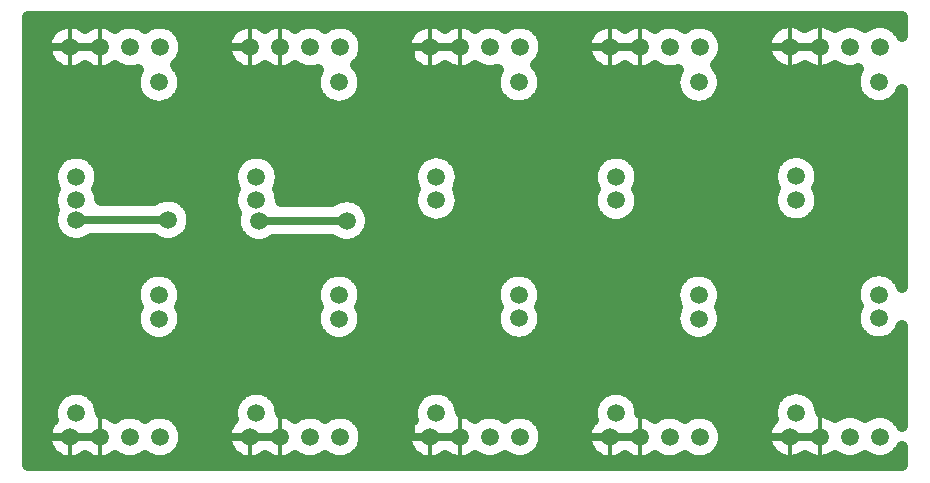
<source format=gbr>
G04 DipTrace 3.3.1.1*
G04 Bottom.gbr*
%MOIN*%
G04 #@! TF.FileFunction,Copper,L2,Bot*
G04 #@! TF.Part,Single*
G04 #@! TA.AperFunction,Conductor*
%ADD14C,0.027559*%
G04 #@! TA.AperFunction,CopperBalancing*
%ADD15C,0.04*%
%ADD16C,0.012992*%
G04 #@! TA.AperFunction,ComponentPad*
%ADD19C,0.059055*%
%FSLAX26Y26*%
G04*
G70*
G90*
G75*
G01*
G04 Bottom*
%LPD*%
X1293077Y548638D2*
D14*
X1192530D1*
Y548654D1*
X1105133D1*
Y1848654D1*
X1192530D1*
X592530Y548654D2*
X692530D1*
Y1848654D2*
X592530D1*
X523277D1*
Y548654D1*
X592530D1*
X1892640Y1848982D2*
X1792530D1*
Y1848654D1*
X1730686D1*
Y548654D1*
X1792530D1*
X1892640D1*
Y548982D1*
X2492043Y1848445D2*
X2392530D1*
Y1848654D1*
X2317143D1*
Y548654D1*
X2392530D1*
X2492043D1*
Y548445D1*
X2992421Y549860D2*
X3092421D1*
X2992421D2*
X2917398D1*
Y1849860D1*
X2992421D1*
X3092421D2*
X2992421D1*
X1223070Y1269491D2*
X1515262D1*
X613568Y1272289D2*
X919747D1*
D19*
X1223070Y1269491D3*
X1515262D3*
X613568Y1272289D3*
X919747D3*
X457404Y1908950D2*
D15*
X534270D1*
X950811D2*
X1134253D1*
X1551333D2*
X1734238D1*
X2151281D2*
X2334256D1*
X2750080D2*
X2932841D1*
X457404Y1869081D2*
X510012D1*
X975033D2*
X1110031D1*
X1575591D2*
X1710016D1*
X2175252D2*
X2309999D1*
X2774517D2*
X2909588D1*
X457404Y1829213D2*
X509761D1*
X975285D2*
X1109781D1*
X1575843D2*
X1709764D1*
X2175323D2*
X2309783D1*
X2774840D2*
X2909983D1*
X457404Y1789344D2*
X533193D1*
X951888D2*
X1133177D1*
X1552446D2*
X1733160D1*
X2151639D2*
X2333180D1*
X2751623D2*
X2934383D1*
X457404Y1749475D2*
X806272D1*
X972055D2*
X1406829D1*
X1572613D2*
X2006311D1*
X2172238D2*
X2605828D1*
X2771503D2*
X3205883D1*
X457404Y1709606D2*
X806774D1*
X971517D2*
X1407332D1*
X1572075D2*
X2006992D1*
X2171555D2*
X2606259D1*
X2771109D2*
X3206996D1*
X457404Y1669738D2*
X831463D1*
X946828D2*
X1432021D1*
X1547421D2*
X2031969D1*
X2146580D2*
X2630768D1*
X2746600D2*
X3232761D1*
X457404Y1629869D2*
X3362159D1*
X457404Y1590000D2*
X3362159D1*
X457404Y1550131D2*
X3362159D1*
X457404Y1510262D2*
X3362159D1*
X457404Y1470394D2*
X549736D1*
X677409D2*
X1150294D1*
X1277932D2*
X1749559D1*
X1877807D2*
X2349436D1*
X2476715D2*
X2948558D1*
X3078385D2*
X3362159D1*
X457404Y1430525D2*
X529820D1*
X697325D2*
X1130378D1*
X1297848D2*
X1729860D1*
X1897472D2*
X2329377D1*
X2496774D2*
X2929504D1*
X3097403D2*
X3362159D1*
X457404Y1390656D2*
X532367D1*
X694778D2*
X1132925D1*
X1295336D2*
X1732587D1*
X1894781D2*
X2331816D1*
X2494333D2*
X2932661D1*
X3094245D2*
X3362159D1*
X457404Y1350787D2*
X529640D1*
X697505D2*
X895265D1*
X944244D2*
X1130198D1*
X1298026D2*
X1729715D1*
X1897651D2*
X2329197D1*
X2496953D2*
X2929324D1*
X3097583D2*
X3362159D1*
X457404Y1310919D2*
X532692D1*
X995092D2*
X1133249D1*
X1589012D2*
X1732909D1*
X1894421D2*
X2332139D1*
X2494010D2*
X2933020D1*
X3093923D2*
X3362159D1*
X457404Y1271050D2*
X528457D1*
X1004853D2*
X1137950D1*
X1600387D2*
X1762693D1*
X1864675D2*
X2361349D1*
X2464801D2*
X2963738D1*
X3063169D2*
X3362159D1*
X457404Y1231181D2*
X539617D1*
X993693D2*
X1147567D1*
X1590770D2*
X3362159D1*
X457404Y1191312D2*
X604602D1*
X622522D2*
X910803D1*
X928688D2*
X1197409D1*
X1248757D2*
X1489579D1*
X1540927D2*
X3362159D1*
X457404Y1151444D2*
X3362159D1*
X457404Y1111575D2*
X3362159D1*
X457404Y1071706D2*
X821129D1*
X957198D2*
X1421686D1*
X1557720D2*
X2020988D1*
X2157560D2*
X2620791D1*
X2756539D2*
X3220093D1*
X457404Y1031837D2*
X804657D1*
X973669D2*
X1405178D1*
X1574227D2*
X2004696D1*
X2173816D2*
X2604177D1*
X2773154D2*
X3204377D1*
X457404Y991969D2*
X809753D1*
X968573D2*
X1410311D1*
X1569131D2*
X2010007D1*
X2168541D2*
X2609201D1*
X2768165D2*
X3210154D1*
X457404Y952100D2*
X804513D1*
X973777D2*
X1405071D1*
X1574335D2*
X2004588D1*
X2173924D2*
X2604070D1*
X2773298D2*
X3204304D1*
X457404Y912231D2*
X810147D1*
X968143D2*
X1410705D1*
X1568701D2*
X2010402D1*
X2168147D2*
X2609596D1*
X2767772D2*
X3210549D1*
X457404Y872362D2*
X845529D1*
X932761D2*
X1446051D1*
X1533356D2*
X2046251D1*
X2132298D2*
X2644690D1*
X2732640D2*
X3247689D1*
X3330436D2*
X3362159D1*
X457404Y832493D2*
X3362159D1*
X457404Y792625D2*
X3362159D1*
X457404Y752756D2*
X3362159D1*
X457404Y712887D2*
X3362159D1*
X457404Y673018D2*
X541949D1*
X685197D2*
X1142507D1*
X1285718D2*
X1741845D1*
X1885522D2*
X2341613D1*
X2484573D2*
X2941058D1*
X3085885D2*
X3362159D1*
X457404Y633150D2*
X528600D1*
X698546D2*
X1129157D1*
X1299104D2*
X1728675D1*
X1898692D2*
X2328121D1*
X2498030D2*
X2928427D1*
X3098516D2*
X3362159D1*
X457404Y593281D2*
X520777D1*
X964268D2*
X1120797D1*
X1564825D2*
X1720781D1*
X2164594D2*
X2320764D1*
X2763644D2*
X2919886D1*
X457404Y553412D2*
X507537D1*
X977509D2*
X1107555D1*
X1578067D2*
X1707539D1*
X2177656D2*
X2307559D1*
X2777029D2*
X2907364D1*
X457404Y513543D2*
X515395D1*
X969651D2*
X1115378D1*
X1570209D2*
X1715398D1*
X2169618D2*
X2315382D1*
X2769278D2*
X2915867D1*
X457404Y473675D2*
X557559D1*
X627495D2*
X657531D1*
X727504D2*
X757541D1*
X827513D2*
X857550D1*
X927522D2*
X1157542D1*
X1227514D2*
X1258054D1*
X1328097D2*
X1358063D1*
X1428106D2*
X1458072D1*
X1528080D2*
X1757562D1*
X1827497D2*
X1858469D1*
X1926825D2*
X1958478D1*
X2026799D2*
X2058450D1*
X2126808D2*
X2357546D1*
X2427517D2*
X2456550D1*
X2527526D2*
X2556559D1*
X2627535D2*
X2656568D1*
X2727509D2*
X2960543D1*
X3024307D2*
X3060552D1*
X3124316D2*
X3160526D1*
X3224290D2*
X3260535D1*
X3324299D2*
X3362159D1*
X3094337Y1410444D2*
X3093588Y1404117D1*
X3092345Y1397870D1*
X3090617Y1391739D1*
X3088411Y1385762D1*
X3084346Y1377480D1*
X3088411Y1369114D1*
X3090617Y1363138D1*
X3092345Y1357007D1*
X3093588Y1350760D1*
X3094337Y1344433D1*
X3094587Y1338068D1*
X3094337Y1331703D1*
X3093588Y1325377D1*
X3092345Y1319130D1*
X3090617Y1312999D1*
X3088411Y1307022D1*
X3085744Y1301238D1*
X3082633Y1295680D1*
X3079093Y1290383D1*
X3075150Y1285381D1*
X3070825Y1280702D1*
X3066147Y1276378D1*
X3061144Y1272434D1*
X3055848Y1268895D1*
X3050290Y1265783D1*
X3044505Y1263117D1*
X3038529Y1260911D1*
X3032398Y1259182D1*
X3026151Y1257940D1*
X3019824Y1257190D1*
X3013459Y1256941D1*
X3007094Y1257190D1*
X3000768Y1257940D1*
X2994521Y1259182D1*
X2988390Y1260911D1*
X2982413Y1263117D1*
X2976629Y1265783D1*
X2971071Y1268895D1*
X2965774Y1272434D1*
X2960772Y1276378D1*
X2956093Y1280702D1*
X2951769Y1285381D1*
X2947825Y1290383D1*
X2944286Y1295680D1*
X2941175Y1301238D1*
X2938508Y1307022D1*
X2936302Y1312999D1*
X2934573Y1319130D1*
X2933331Y1325377D1*
X2932581Y1331703D1*
X2932332Y1338068D1*
X2932581Y1344433D1*
X2933331Y1350760D1*
X2934573Y1357007D1*
X2936302Y1363138D1*
X2938508Y1369114D1*
X2942572Y1377396D1*
X2938508Y1385762D1*
X2936302Y1391739D1*
X2934573Y1397870D1*
X2933331Y1404117D1*
X2932581Y1410444D1*
X2932332Y1416808D1*
X2932581Y1423173D1*
X2933331Y1429500D1*
X2934573Y1435747D1*
X2936302Y1441878D1*
X2938508Y1447854D1*
X2941175Y1453639D1*
X2944286Y1459197D1*
X2947825Y1464493D1*
X2951769Y1469496D1*
X2956093Y1474175D1*
X2960772Y1478499D1*
X2965774Y1482442D1*
X2971071Y1485982D1*
X2976629Y1489093D1*
X2982413Y1491760D1*
X2988390Y1493966D1*
X2994521Y1495694D1*
X3000768Y1496937D1*
X3007094Y1497686D1*
X3013459Y1497936D1*
X3019824Y1497686D1*
X3026151Y1496937D1*
X3032398Y1495694D1*
X3038529Y1493966D1*
X3044505Y1491760D1*
X3050290Y1489093D1*
X3055848Y1485982D1*
X3061144Y1482442D1*
X3066147Y1478499D1*
X3070825Y1474175D1*
X3075150Y1469496D1*
X3079093Y1464493D1*
X3082633Y1459197D1*
X3085744Y1453639D1*
X3088411Y1447854D1*
X3090617Y1441878D1*
X3092345Y1435747D1*
X3093588Y1429500D1*
X3094337Y1423173D1*
X3094587Y1416808D1*
X3094337Y1410444D1*
X3366147Y1706535D2*
X3364001Y1700723D1*
X3361335Y1694938D1*
X3358223Y1689381D1*
X3354684Y1684084D1*
X3350740Y1679081D1*
X3346416Y1674403D1*
X3341738Y1670079D1*
X3336735Y1666135D1*
X3331438Y1662596D1*
X3325881Y1659484D1*
X3320096Y1656818D1*
X3314119Y1654612D1*
X3307988Y1652883D1*
X3301741Y1651640D1*
X3295415Y1650891D1*
X3289050Y1650642D1*
X3282685Y1650891D1*
X3276358Y1651640D1*
X3270112Y1652883D1*
X3263980Y1654612D1*
X3258004Y1656818D1*
X3252219Y1659484D1*
X3246661Y1662596D1*
X3241365Y1666135D1*
X3236362Y1670079D1*
X3231684Y1674403D1*
X3227360Y1679081D1*
X3223416Y1684084D1*
X3219877Y1689381D1*
X3216765Y1694938D1*
X3214098Y1700723D1*
X3211892Y1706699D1*
X3210164Y1712831D1*
X3208921Y1719077D1*
X3208172Y1725404D1*
X3207923Y1731769D1*
X3208172Y1738134D1*
X3208921Y1744461D1*
X3210164Y1750707D1*
X3211892Y1756839D1*
X3214098Y1762815D1*
X3216765Y1768600D1*
X3219428Y1773354D1*
X3211360Y1770974D1*
X3205113Y1769731D1*
X3198786Y1768982D1*
X3192421Y1768732D1*
X3186056Y1768982D1*
X3179730Y1769731D1*
X3173483Y1770974D1*
X3167352Y1772702D1*
X3161375Y1774908D1*
X3155591Y1777575D1*
X3150033Y1780686D1*
X3142488Y1785997D1*
X3134942Y1780768D1*
X3126864Y1776407D1*
X3118344Y1772986D1*
X3109491Y1770549D1*
X3100420Y1769127D1*
X3091247Y1768740D1*
X3082089Y1769392D1*
X3073063Y1771075D1*
X3064285Y1773768D1*
X3055867Y1777434D1*
X3047919Y1782028D1*
X3042424Y1785975D1*
X3034942Y1780768D1*
X3026864Y1776407D1*
X3018344Y1772986D1*
X3009491Y1770549D1*
X3000420Y1769127D1*
X2991247Y1768740D1*
X2982089Y1769392D1*
X2973063Y1771075D1*
X2964285Y1773768D1*
X2955867Y1777434D1*
X2947919Y1782028D1*
X2940538Y1787491D1*
X2933824Y1793752D1*
X2927860Y1800732D1*
X2922722Y1808343D1*
X2918478Y1816484D1*
X2915180Y1825052D1*
X2912871Y1833940D1*
X2911581Y1843029D1*
X2911328Y1852207D1*
X2912113Y1861356D1*
X2913925Y1870356D1*
X2916744Y1879094D1*
X2920531Y1887458D1*
X2925240Y1895340D1*
X2930810Y1902639D1*
X2937168Y1909262D1*
X2944234Y1915126D1*
X2951917Y1920152D1*
X2960119Y1924280D1*
X2968735Y1927453D1*
X2977654Y1929631D1*
X2986761Y1930790D1*
X2995942Y1930911D1*
X3005077Y1929993D1*
X3014051Y1928050D1*
X3022748Y1925106D1*
X3031055Y1921197D1*
X3038869Y1916375D1*
X3042413Y1913747D1*
X3050336Y1919218D1*
X3058442Y1923529D1*
X3066983Y1926896D1*
X3075850Y1929277D1*
X3084930Y1930640D1*
X3094106Y1930970D1*
X3103260Y1930260D1*
X3112276Y1928520D1*
X3121035Y1925773D1*
X3129430Y1922054D1*
X3137350Y1917409D1*
X3142413Y1913747D1*
X3150033Y1919033D1*
X3155591Y1922144D1*
X3161375Y1924811D1*
X3167352Y1927017D1*
X3173483Y1928745D1*
X3179730Y1929988D1*
X3186056Y1930738D1*
X3192421Y1930987D1*
X3198786Y1930738D1*
X3205113Y1929988D1*
X3211360Y1928745D1*
X3217491Y1927017D1*
X3223467Y1924811D1*
X3229252Y1922144D1*
X3234810Y1919033D1*
X3242354Y1913722D1*
X3250033Y1919033D1*
X3255591Y1922144D1*
X3261375Y1924811D1*
X3267352Y1927017D1*
X3273483Y1928745D1*
X3279730Y1929988D1*
X3286056Y1930738D1*
X3292421Y1930987D1*
X3298786Y1930738D1*
X3305113Y1929988D1*
X3311360Y1928745D1*
X3317491Y1927017D1*
X3323467Y1924811D1*
X3329252Y1922144D1*
X3334810Y1919033D1*
X3340106Y1915493D1*
X3345109Y1911550D1*
X3349787Y1907226D1*
X3354112Y1902547D1*
X3358055Y1897545D1*
X3361594Y1892248D1*
X3366134Y1883594D1*
X3366142Y1948811D1*
X453364Y1948819D1*
X453386Y453394D1*
X3366164Y453386D1*
X3366142Y516028D1*
X3361594Y507471D1*
X3358055Y502175D1*
X3354112Y497172D1*
X3349787Y492493D1*
X3345109Y488169D1*
X3340106Y484226D1*
X3334810Y480686D1*
X3329252Y477575D1*
X3323467Y474908D1*
X3317491Y472702D1*
X3311360Y470974D1*
X3305113Y469731D1*
X3298786Y468982D1*
X3292421Y468732D1*
X3286056Y468982D1*
X3279730Y469731D1*
X3273483Y470974D1*
X3267352Y472702D1*
X3261375Y474908D1*
X3255591Y477575D1*
X3250033Y480686D1*
X3242488Y485997D1*
X3234810Y480686D1*
X3229252Y477575D1*
X3223467Y474908D1*
X3217491Y472702D1*
X3211360Y470974D1*
X3205113Y469731D1*
X3198786Y468982D1*
X3192421Y468732D1*
X3186056Y468982D1*
X3179730Y469731D1*
X3173483Y470974D1*
X3167352Y472702D1*
X3161375Y474908D1*
X3155591Y477575D1*
X3150033Y480686D1*
X3142488Y485997D1*
X3134942Y480768D1*
X3126864Y476407D1*
X3118344Y472986D1*
X3109491Y470549D1*
X3100420Y469127D1*
X3091247Y468740D1*
X3082089Y469392D1*
X3073063Y471075D1*
X3064285Y473768D1*
X3055867Y477434D1*
X3047919Y482028D1*
X3042424Y485975D1*
X3034942Y480768D1*
X3026864Y476407D1*
X3018344Y472986D1*
X3009491Y470549D1*
X3000420Y469127D1*
X2991247Y468740D1*
X2982089Y469392D1*
X2973063Y471075D1*
X2964285Y473768D1*
X2955867Y477434D1*
X2947919Y482028D1*
X2940538Y487491D1*
X2933824Y493752D1*
X2927860Y500732D1*
X2922722Y508343D1*
X2918478Y516484D1*
X2915180Y525052D1*
X2912871Y533940D1*
X2911581Y543029D1*
X2911328Y552207D1*
X2912113Y561356D1*
X2913925Y570356D1*
X2916744Y579094D1*
X2920531Y587458D1*
X2925240Y595340D1*
X2930810Y602639D1*
X2935344Y607505D1*
X2933331Y616715D1*
X2932581Y623042D1*
X2932332Y629407D1*
X2932581Y635772D1*
X2933331Y642098D1*
X2934573Y648345D1*
X2936302Y654476D1*
X2938508Y660453D1*
X2941175Y666238D1*
X2944286Y671795D1*
X2947825Y677092D1*
X2951769Y682094D1*
X2956093Y686773D1*
X2960772Y691097D1*
X2965774Y695041D1*
X2971071Y698580D1*
X2976629Y701692D1*
X2982413Y704358D1*
X2988390Y706564D1*
X2994521Y708293D1*
X3000768Y709535D1*
X3007094Y710285D1*
X3013459Y710534D1*
X3019824Y710285D1*
X3026151Y709535D1*
X3032398Y708293D1*
X3038529Y706564D1*
X3044505Y704358D1*
X3050290Y701692D1*
X3055848Y698580D1*
X3061144Y695041D1*
X3066147Y691097D1*
X3070825Y686773D1*
X3075150Y682094D1*
X3079093Y677092D1*
X3082633Y671795D1*
X3085744Y666238D1*
X3088411Y660453D1*
X3090617Y654476D1*
X3092345Y648345D1*
X3093588Y642098D1*
X3094525Y630974D1*
X3103260Y630260D1*
X3112276Y628520D1*
X3121035Y625773D1*
X3129430Y622054D1*
X3137350Y617409D1*
X3142413Y613747D1*
X3150033Y619033D1*
X3155591Y622144D1*
X3161375Y624811D1*
X3167352Y627017D1*
X3173483Y628745D1*
X3179730Y629988D1*
X3186056Y630738D1*
X3192421Y630987D1*
X3198786Y630738D1*
X3205113Y629988D1*
X3211360Y628745D1*
X3217491Y627017D1*
X3223467Y624811D1*
X3229252Y622144D1*
X3234810Y619033D1*
X3242354Y613722D1*
X3250033Y619033D1*
X3255591Y622144D1*
X3261375Y624811D1*
X3267352Y627017D1*
X3273483Y628745D1*
X3279730Y629988D1*
X3286056Y630738D1*
X3292421Y630987D1*
X3298786Y630738D1*
X3305113Y629988D1*
X3311360Y628745D1*
X3317491Y627017D1*
X3323467Y624811D1*
X3329252Y622144D1*
X3334810Y619033D1*
X3340106Y615493D1*
X3345109Y611550D1*
X3349787Y607226D1*
X3354112Y602547D1*
X3358055Y597545D1*
X3361594Y592248D1*
X3366134Y583594D1*
X3366142Y919079D1*
X3364001Y913322D1*
X3361335Y907537D1*
X3358223Y901979D1*
X3354684Y896682D1*
X3350740Y891680D1*
X3346416Y887001D1*
X3341738Y882677D1*
X3336735Y878734D1*
X3331438Y875194D1*
X3325881Y872083D1*
X3320096Y869416D1*
X3314119Y867210D1*
X3307988Y865482D1*
X3301741Y864239D1*
X3295415Y863490D1*
X3289050Y863240D1*
X3282685Y863490D1*
X3276358Y864239D1*
X3270112Y865482D1*
X3263980Y867210D1*
X3258004Y869416D1*
X3252219Y872083D1*
X3246661Y875194D1*
X3241365Y878734D1*
X3236362Y882677D1*
X3231684Y887001D1*
X3227360Y891680D1*
X3223416Y896682D1*
X3219877Y901979D1*
X3216765Y907537D1*
X3214098Y913322D1*
X3211892Y919298D1*
X3210164Y925429D1*
X3208921Y931676D1*
X3208172Y938003D1*
X3207923Y944367D1*
X3208172Y950732D1*
X3208921Y957059D1*
X3210164Y963306D1*
X3211892Y969437D1*
X3214098Y975413D1*
X3218163Y983696D1*
X3214098Y992062D1*
X3211892Y998038D1*
X3210164Y1004169D1*
X3208921Y1010416D1*
X3208172Y1016743D1*
X3207923Y1023108D1*
X3208172Y1029472D1*
X3208921Y1035799D1*
X3210164Y1042046D1*
X3211892Y1048177D1*
X3214098Y1054154D1*
X3216765Y1059938D1*
X3219877Y1065496D1*
X3223416Y1070793D1*
X3227360Y1075795D1*
X3231684Y1080474D1*
X3236362Y1084798D1*
X3241365Y1088741D1*
X3246661Y1092281D1*
X3252219Y1095392D1*
X3258004Y1098059D1*
X3263980Y1100265D1*
X3270112Y1101993D1*
X3276358Y1103236D1*
X3282685Y1103986D1*
X3289050Y1104235D1*
X3295415Y1103986D1*
X3301741Y1103236D1*
X3307988Y1101993D1*
X3314119Y1100265D1*
X3320096Y1098059D1*
X3325881Y1095392D1*
X3331438Y1092281D1*
X3336735Y1088741D1*
X3341738Y1084798D1*
X3346416Y1080474D1*
X3350740Y1075795D1*
X3354684Y1070793D1*
X3358223Y1065496D1*
X3361335Y1059938D1*
X3364001Y1054154D1*
X3366142Y1048871D1*
Y1706521D1*
X2493959Y1409029D2*
X2493210Y1402702D1*
X2491967Y1396455D1*
X2490239Y1390324D1*
X2488033Y1384348D1*
X2483969Y1376066D1*
X2488033Y1367699D1*
X2490239Y1361723D1*
X2491967Y1355592D1*
X2493210Y1349345D1*
X2493959Y1343018D1*
X2494209Y1336654D1*
X2493959Y1330289D1*
X2493210Y1323962D1*
X2491967Y1317715D1*
X2490239Y1311584D1*
X2488033Y1305608D1*
X2485366Y1299823D1*
X2482255Y1294265D1*
X2478715Y1288969D1*
X2474772Y1283966D1*
X2470448Y1279287D1*
X2465769Y1274963D1*
X2460766Y1271020D1*
X2455470Y1267480D1*
X2449912Y1264369D1*
X2444127Y1261702D1*
X2438151Y1259496D1*
X2432020Y1257768D1*
X2425773Y1256525D1*
X2419446Y1255776D1*
X2413081Y1255526D1*
X2406717Y1255776D1*
X2400390Y1256525D1*
X2394143Y1257768D1*
X2388012Y1259496D1*
X2382035Y1261702D1*
X2376251Y1264369D1*
X2370693Y1267480D1*
X2365396Y1271020D1*
X2360394Y1274963D1*
X2355715Y1279287D1*
X2351391Y1283966D1*
X2347448Y1288969D1*
X2343908Y1294265D1*
X2340797Y1299823D1*
X2338130Y1305608D1*
X2335924Y1311584D1*
X2334196Y1317715D1*
X2332953Y1323962D1*
X2332203Y1330289D1*
X2331954Y1336654D1*
X2332203Y1343018D1*
X2332953Y1349345D1*
X2334196Y1355592D1*
X2335924Y1361723D1*
X2338130Y1367699D1*
X2342194Y1375982D1*
X2338130Y1384348D1*
X2335924Y1390324D1*
X2334196Y1396455D1*
X2332953Y1402702D1*
X2332203Y1409029D1*
X2331954Y1415394D1*
X2332203Y1421759D1*
X2332953Y1428085D1*
X2334196Y1434332D1*
X2335924Y1440463D1*
X2338130Y1446440D1*
X2340797Y1452224D1*
X2343908Y1457782D1*
X2347448Y1463079D1*
X2351391Y1468081D1*
X2355715Y1472760D1*
X2360394Y1477084D1*
X2365396Y1481028D1*
X2370693Y1484567D1*
X2376251Y1487678D1*
X2382035Y1490345D1*
X2388012Y1492551D1*
X2394143Y1494280D1*
X2400390Y1495522D1*
X2406717Y1496272D1*
X2413081Y1496521D1*
X2419446Y1496272D1*
X2425773Y1495522D1*
X2432020Y1494280D1*
X2438151Y1492551D1*
X2444127Y1490345D1*
X2449912Y1487678D1*
X2455470Y1484567D1*
X2460766Y1481028D1*
X2465769Y1477084D1*
X2470448Y1472760D1*
X2474772Y1468081D1*
X2478715Y1463079D1*
X2482255Y1457782D1*
X2485366Y1452224D1*
X2488033Y1446440D1*
X2490239Y1440463D1*
X2491967Y1434332D1*
X2493210Y1428085D1*
X2493959Y1421759D1*
X2494209Y1415394D1*
X2493959Y1409029D1*
X2769550Y1723990D2*
X2768801Y1717663D1*
X2767558Y1711416D1*
X2765829Y1705285D1*
X2763623Y1699308D1*
X2760957Y1693524D1*
X2757845Y1687966D1*
X2754306Y1682669D1*
X2750362Y1677667D1*
X2746038Y1672988D1*
X2741360Y1668664D1*
X2736357Y1664720D1*
X2731060Y1661181D1*
X2725503Y1658070D1*
X2719718Y1655403D1*
X2713741Y1653197D1*
X2707610Y1651469D1*
X2701364Y1650226D1*
X2695037Y1649476D1*
X2688672Y1649227D1*
X2682307Y1649476D1*
X2675980Y1650226D1*
X2669734Y1651469D1*
X2663602Y1653197D1*
X2657626Y1655403D1*
X2651841Y1658070D1*
X2646283Y1661181D1*
X2640987Y1664720D1*
X2635984Y1668664D1*
X2631306Y1672988D1*
X2626982Y1677667D1*
X2623038Y1682669D1*
X2619499Y1687966D1*
X2616387Y1693524D1*
X2613720Y1699308D1*
X2611514Y1705285D1*
X2609786Y1711416D1*
X2608543Y1717663D1*
X2607794Y1723990D1*
X2607545Y1730354D1*
X2607794Y1736719D1*
X2608543Y1743046D1*
X2609786Y1749293D1*
X2611514Y1755424D1*
X2613720Y1761400D1*
X2616387Y1767185D1*
X2619050Y1771940D1*
X2610982Y1769559D1*
X2604735Y1768316D1*
X2598408Y1767567D1*
X2592043Y1767318D1*
X2585678Y1767567D1*
X2579352Y1768316D1*
X2573105Y1769559D1*
X2566974Y1771287D1*
X2560997Y1773493D1*
X2555213Y1776160D1*
X2549655Y1779272D1*
X2542110Y1784583D1*
X2534564Y1779353D1*
X2526486Y1774992D1*
X2517966Y1771571D1*
X2509113Y1769134D1*
X2500042Y1767713D1*
X2490869Y1767325D1*
X2481711Y1767978D1*
X2472685Y1769660D1*
X2463907Y1772353D1*
X2455490Y1776020D1*
X2447541Y1780613D1*
X2442159Y1784472D1*
X2435051Y1779562D1*
X2426972Y1775201D1*
X2418453Y1771780D1*
X2409600Y1769343D1*
X2400529Y1767921D1*
X2391356Y1767534D1*
X2382198Y1768186D1*
X2373172Y1769869D1*
X2364394Y1772562D1*
X2355976Y1776228D1*
X2348028Y1780822D1*
X2340647Y1786285D1*
X2333933Y1792546D1*
X2327969Y1799526D1*
X2322831Y1807136D1*
X2318587Y1815278D1*
X2315289Y1823846D1*
X2312980Y1832734D1*
X2311690Y1841823D1*
X2311437Y1851001D1*
X2312222Y1860150D1*
X2314034Y1869150D1*
X2316853Y1877888D1*
X2320640Y1886252D1*
X2325349Y1894134D1*
X2330919Y1901433D1*
X2337277Y1908056D1*
X2344343Y1913920D1*
X2352026Y1918946D1*
X2360228Y1923073D1*
X2368844Y1926247D1*
X2377762Y1928425D1*
X2386870Y1929584D1*
X2396051Y1929705D1*
X2405186Y1928787D1*
X2414160Y1926844D1*
X2422857Y1923900D1*
X2431164Y1919991D1*
X2438978Y1915169D1*
X2442421Y1912621D1*
X2449958Y1917803D1*
X2458064Y1922114D1*
X2466605Y1925482D1*
X2475472Y1927862D1*
X2484552Y1929226D1*
X2493728Y1929555D1*
X2502882Y1928845D1*
X2511898Y1927105D1*
X2520657Y1924358D1*
X2529052Y1920639D1*
X2536972Y1915995D1*
X2542035Y1912332D1*
X2549655Y1917618D1*
X2555213Y1920730D1*
X2560997Y1923396D1*
X2566974Y1925602D1*
X2573105Y1927331D1*
X2579352Y1928573D1*
X2585678Y1929323D1*
X2592043Y1929572D1*
X2598408Y1929323D1*
X2604735Y1928573D1*
X2610982Y1927331D1*
X2617113Y1925602D1*
X2623089Y1923396D1*
X2628874Y1920730D1*
X2634432Y1917618D1*
X2641976Y1912307D1*
X2649655Y1917618D1*
X2655213Y1920730D1*
X2660997Y1923396D1*
X2666974Y1925602D1*
X2673105Y1927331D1*
X2679352Y1928573D1*
X2685678Y1929323D1*
X2692043Y1929572D1*
X2698408Y1929323D1*
X2704735Y1928573D1*
X2710982Y1927331D1*
X2717113Y1925602D1*
X2723089Y1923396D1*
X2728874Y1920730D1*
X2734432Y1917618D1*
X2739728Y1914079D1*
X2744731Y1910135D1*
X2749409Y1905811D1*
X2753734Y1901133D1*
X2757677Y1896130D1*
X2761217Y1890833D1*
X2764328Y1885276D1*
X2766995Y1879491D1*
X2769201Y1873514D1*
X2770929Y1867383D1*
X2772172Y1861136D1*
X2772921Y1854810D1*
X2773171Y1848445D1*
X2772921Y1842080D1*
X2772172Y1835753D1*
X2770929Y1829507D1*
X2769201Y1823375D1*
X2766995Y1817399D1*
X2764328Y1811614D1*
X2761217Y1806056D1*
X2757677Y1800760D1*
X2753734Y1795757D1*
X2745919Y1787853D1*
X2750362Y1783042D1*
X2754306Y1778039D1*
X2757845Y1772743D1*
X2760957Y1767185D1*
X2763623Y1761400D1*
X2765829Y1755424D1*
X2767558Y1749293D1*
X2768801Y1743046D1*
X2769550Y1736719D1*
X2769799Y1730354D1*
X2769550Y1723990D1*
Y1015328D2*
X2768801Y1009001D1*
X2767558Y1002755D1*
X2765829Y996623D1*
X2763623Y990647D1*
X2759559Y982365D1*
X2763623Y973999D1*
X2765829Y968022D1*
X2767558Y961891D1*
X2768801Y955644D1*
X2769550Y949318D1*
X2769799Y942953D1*
X2769550Y936588D1*
X2768801Y930261D1*
X2767558Y924014D1*
X2765829Y917883D1*
X2763623Y911907D1*
X2760957Y906122D1*
X2757845Y900564D1*
X2754306Y895268D1*
X2750362Y890265D1*
X2746038Y885587D1*
X2741360Y881262D1*
X2736357Y877319D1*
X2731060Y873780D1*
X2725503Y870668D1*
X2719718Y868001D1*
X2713741Y865795D1*
X2707610Y864067D1*
X2701364Y862824D1*
X2695037Y862075D1*
X2688672Y861825D1*
X2682307Y862075D1*
X2675980Y862824D1*
X2669734Y864067D1*
X2663602Y865795D1*
X2657626Y868001D1*
X2651841Y870668D1*
X2646283Y873780D1*
X2640987Y877319D1*
X2635984Y881262D1*
X2631306Y885587D1*
X2626982Y890265D1*
X2623038Y895268D1*
X2619499Y900564D1*
X2616387Y906122D1*
X2613720Y911907D1*
X2611514Y917883D1*
X2609786Y924014D1*
X2608543Y930261D1*
X2607794Y936588D1*
X2607545Y942953D1*
X2607794Y949318D1*
X2608543Y955644D1*
X2609786Y961891D1*
X2611514Y968022D1*
X2613720Y973999D1*
X2617785Y982281D1*
X2613720Y990647D1*
X2611514Y996623D1*
X2609786Y1002755D1*
X2608543Y1009001D1*
X2607794Y1015328D1*
X2607545Y1021693D1*
X2607794Y1028058D1*
X2608543Y1034385D1*
X2609786Y1040631D1*
X2611514Y1046762D1*
X2613720Y1052739D1*
X2616387Y1058524D1*
X2619499Y1064081D1*
X2623038Y1069378D1*
X2626982Y1074381D1*
X2631306Y1079059D1*
X2635984Y1083383D1*
X2640987Y1087327D1*
X2646283Y1090866D1*
X2651841Y1093978D1*
X2657626Y1096644D1*
X2663602Y1098850D1*
X2669734Y1100579D1*
X2675980Y1101822D1*
X2682307Y1102571D1*
X2688672Y1102820D1*
X2695037Y1102571D1*
X2701364Y1101822D1*
X2707610Y1100579D1*
X2713741Y1098850D1*
X2719718Y1096644D1*
X2725503Y1093978D1*
X2731060Y1090866D1*
X2736357Y1087327D1*
X2741360Y1083383D1*
X2746038Y1079059D1*
X2750362Y1074381D1*
X2754306Y1069378D1*
X2757845Y1064081D1*
X2760957Y1058524D1*
X2763623Y1052739D1*
X2765829Y1046762D1*
X2767558Y1040631D1*
X2768801Y1034385D1*
X2769550Y1028058D1*
X2769799Y1021693D1*
X2769550Y1015328D1*
X2335080Y605916D2*
X2332953Y615301D1*
X2332203Y621627D1*
X2331954Y627992D1*
X2332203Y634357D1*
X2332953Y640684D1*
X2334196Y646930D1*
X2335924Y653062D1*
X2338130Y659038D1*
X2340797Y664823D1*
X2343908Y670381D1*
X2347448Y675677D1*
X2351391Y680680D1*
X2355715Y685358D1*
X2360394Y689682D1*
X2365396Y693626D1*
X2370693Y697165D1*
X2376251Y700277D1*
X2382035Y702944D1*
X2388012Y705150D1*
X2394143Y706878D1*
X2400390Y708121D1*
X2406717Y708870D1*
X2413081Y709119D1*
X2419446Y708870D1*
X2425773Y708121D1*
X2432020Y706878D1*
X2438151Y705150D1*
X2444127Y702944D1*
X2449912Y700277D1*
X2455470Y697165D1*
X2460766Y693626D1*
X2465769Y689682D1*
X2470448Y685358D1*
X2474772Y680680D1*
X2478715Y675677D1*
X2482255Y670381D1*
X2485366Y664823D1*
X2488033Y659038D1*
X2490239Y653062D1*
X2491967Y646930D1*
X2493210Y640684D1*
X2494147Y629559D1*
X2502882Y628845D1*
X2511898Y627105D1*
X2520657Y624358D1*
X2529052Y620639D1*
X2536972Y615995D1*
X2542035Y612332D1*
X2549655Y617618D1*
X2555213Y620730D1*
X2560997Y623396D1*
X2566974Y625602D1*
X2573105Y627331D1*
X2579352Y628573D1*
X2585678Y629323D1*
X2592043Y629572D1*
X2598408Y629323D1*
X2604735Y628573D1*
X2610982Y627331D1*
X2617113Y625602D1*
X2623089Y623396D1*
X2628874Y620730D1*
X2634432Y617618D1*
X2641976Y612307D1*
X2649655Y617618D1*
X2655213Y620730D1*
X2660997Y623396D1*
X2666974Y625602D1*
X2673105Y627331D1*
X2679352Y628573D1*
X2685678Y629323D1*
X2692043Y629572D1*
X2698408Y629323D1*
X2704735Y628573D1*
X2710982Y627331D1*
X2717113Y625602D1*
X2723089Y623396D1*
X2728874Y620730D1*
X2734432Y617618D1*
X2739728Y614079D1*
X2744731Y610135D1*
X2749409Y605811D1*
X2753734Y601133D1*
X2757677Y596130D1*
X2761217Y590833D1*
X2764328Y585276D1*
X2766995Y579491D1*
X2769201Y573514D1*
X2770929Y567383D1*
X2772172Y561136D1*
X2772921Y554810D1*
X2773171Y548445D1*
X2772921Y542080D1*
X2772172Y535753D1*
X2770929Y529507D1*
X2769201Y523375D1*
X2766995Y517399D1*
X2764328Y511614D1*
X2761217Y506056D1*
X2757677Y500760D1*
X2753734Y495757D1*
X2749409Y491079D1*
X2744731Y486755D1*
X2739728Y482811D1*
X2734432Y479272D1*
X2728874Y476160D1*
X2723089Y473493D1*
X2717113Y471287D1*
X2710982Y469559D1*
X2704735Y468316D1*
X2698408Y467567D1*
X2692043Y467318D1*
X2685678Y467567D1*
X2679352Y468316D1*
X2673105Y469559D1*
X2666974Y471287D1*
X2660997Y473493D1*
X2655213Y476160D1*
X2649655Y479272D1*
X2642110Y484583D1*
X2634432Y479272D1*
X2628874Y476160D1*
X2623089Y473493D1*
X2617113Y471287D1*
X2610982Y469559D1*
X2604735Y468316D1*
X2598408Y467567D1*
X2592043Y467318D1*
X2585678Y467567D1*
X2579352Y468316D1*
X2573105Y469559D1*
X2566974Y471287D1*
X2560997Y473493D1*
X2555213Y476160D1*
X2549655Y479272D1*
X2542110Y484583D1*
X2534564Y479353D1*
X2526486Y474992D1*
X2517966Y471571D1*
X2509113Y469134D1*
X2500042Y467713D1*
X2490869Y467325D1*
X2481711Y467978D1*
X2472685Y469660D1*
X2463907Y472353D1*
X2455490Y476020D1*
X2447541Y480613D1*
X2442159Y484472D1*
X2435051Y479562D1*
X2426972Y475201D1*
X2418453Y471780D1*
X2409600Y469343D1*
X2400529Y467921D1*
X2391356Y467534D1*
X2382198Y468186D1*
X2373172Y469869D1*
X2364394Y472562D1*
X2355976Y476228D1*
X2348028Y480822D1*
X2340647Y486285D1*
X2333933Y492546D1*
X2327969Y499526D1*
X2322831Y507136D1*
X2318587Y515278D1*
X2315289Y523846D1*
X2312980Y532734D1*
X2311690Y541823D1*
X2311437Y551001D1*
X2312222Y560150D1*
X2314034Y569150D1*
X2316853Y577888D1*
X2320640Y586252D1*
X2325349Y594134D1*
X2330919Y601433D1*
X2335025Y605874D1*
X1894556Y1409566D2*
X1893807Y1403239D1*
X1892564Y1396992D1*
X1890836Y1390861D1*
X1888630Y1384885D1*
X1884566Y1376602D1*
X1888630Y1368236D1*
X1890836Y1362260D1*
X1892564Y1356129D1*
X1893807Y1349882D1*
X1894556Y1343555D1*
X1894806Y1337190D1*
X1894556Y1330825D1*
X1893807Y1324499D1*
X1892564Y1318252D1*
X1890836Y1312121D1*
X1888630Y1306144D1*
X1885963Y1300360D1*
X1882852Y1294802D1*
X1879312Y1289505D1*
X1875369Y1284503D1*
X1871045Y1279824D1*
X1866366Y1275500D1*
X1861364Y1271556D1*
X1856067Y1268017D1*
X1850509Y1264906D1*
X1844724Y1262239D1*
X1838748Y1260033D1*
X1832617Y1258304D1*
X1826370Y1257062D1*
X1820043Y1256312D1*
X1813678Y1256063D1*
X1807314Y1256312D1*
X1800987Y1257062D1*
X1794740Y1258304D1*
X1788609Y1260033D1*
X1782633Y1262239D1*
X1776848Y1264906D1*
X1771290Y1268017D1*
X1765993Y1271556D1*
X1760991Y1275500D1*
X1756312Y1279824D1*
X1751988Y1284503D1*
X1748045Y1289505D1*
X1744505Y1294802D1*
X1741394Y1300360D1*
X1738727Y1306144D1*
X1736521Y1312121D1*
X1734793Y1318252D1*
X1733550Y1324499D1*
X1732801Y1330825D1*
X1732551Y1337190D1*
X1732801Y1343555D1*
X1733550Y1349882D1*
X1734793Y1356129D1*
X1736521Y1362260D1*
X1738727Y1368236D1*
X1742791Y1376518D1*
X1738727Y1384885D1*
X1736521Y1390861D1*
X1734793Y1396992D1*
X1733550Y1403239D1*
X1732801Y1409566D1*
X1732551Y1415930D1*
X1732801Y1422295D1*
X1733550Y1428622D1*
X1734793Y1434869D1*
X1736521Y1441000D1*
X1738727Y1446976D1*
X1741394Y1452761D1*
X1744505Y1458319D1*
X1748045Y1463615D1*
X1751988Y1468618D1*
X1756312Y1473297D1*
X1760991Y1477621D1*
X1765993Y1481564D1*
X1771290Y1485104D1*
X1776848Y1488215D1*
X1782633Y1490882D1*
X1788609Y1493088D1*
X1794740Y1494816D1*
X1800987Y1496059D1*
X1807314Y1496808D1*
X1813678Y1497058D1*
X1820043Y1496808D1*
X1826370Y1496059D1*
X1832617Y1494816D1*
X1838748Y1493088D1*
X1844724Y1490882D1*
X1850509Y1488215D1*
X1856067Y1485104D1*
X1861364Y1481564D1*
X1866366Y1477621D1*
X1871045Y1473297D1*
X1875369Y1468618D1*
X1879312Y1463615D1*
X1882852Y1458319D1*
X1885963Y1452761D1*
X1888630Y1446976D1*
X1890836Y1441000D1*
X1892564Y1434869D1*
X1893807Y1428622D1*
X1894556Y1422295D1*
X1894806Y1415930D1*
X1894556Y1409566D1*
X2170147Y1724526D2*
X2169398Y1718199D1*
X2168155Y1711953D1*
X2166427Y1705822D1*
X2164220Y1699845D1*
X2161554Y1694060D1*
X2158442Y1688503D1*
X2154903Y1683206D1*
X2150959Y1678203D1*
X2146635Y1673525D1*
X2141957Y1669201D1*
X2136954Y1665257D1*
X2131657Y1661718D1*
X2126100Y1658606D1*
X2120315Y1655940D1*
X2114339Y1653734D1*
X2108207Y1652005D1*
X2101961Y1650762D1*
X2095634Y1650013D1*
X2089269Y1649764D1*
X2082904Y1650013D1*
X2076577Y1650762D1*
X2070331Y1652005D1*
X2064199Y1653734D1*
X2058223Y1655940D1*
X2052438Y1658606D1*
X2046881Y1661718D1*
X2041584Y1665257D1*
X2036581Y1669201D1*
X2031903Y1673525D1*
X2027579Y1678203D1*
X2023635Y1683206D1*
X2020096Y1688503D1*
X2016984Y1694060D1*
X2014318Y1699845D1*
X2012112Y1705822D1*
X2010383Y1711953D1*
X2009140Y1718199D1*
X2008391Y1724526D1*
X2008142Y1730891D1*
X2008391Y1737256D1*
X2009140Y1743583D1*
X2010383Y1749829D1*
X2012112Y1755961D1*
X2014318Y1761937D1*
X2016984Y1767722D1*
X2019647Y1772476D1*
X2011579Y1770096D1*
X2005332Y1768853D1*
X1999005Y1768104D1*
X1992640Y1767854D1*
X1986276Y1768104D1*
X1979949Y1768853D1*
X1973702Y1770096D1*
X1967571Y1771824D1*
X1961594Y1774030D1*
X1955810Y1776697D1*
X1950252Y1779808D1*
X1942707Y1785119D1*
X1935161Y1779890D1*
X1927083Y1775529D1*
X1918563Y1772108D1*
X1909710Y1769671D1*
X1900639Y1768249D1*
X1891466Y1767862D1*
X1882308Y1768514D1*
X1873282Y1770197D1*
X1864504Y1772890D1*
X1856087Y1776556D1*
X1848138Y1781150D1*
X1842802Y1784974D1*
X1835051Y1779562D1*
X1826972Y1775201D1*
X1818453Y1771780D1*
X1809600Y1769343D1*
X1800529Y1767921D1*
X1791356Y1767534D1*
X1782198Y1768186D1*
X1773172Y1769869D1*
X1764394Y1772562D1*
X1755976Y1776228D1*
X1748028Y1780822D1*
X1740647Y1786285D1*
X1733933Y1792546D1*
X1727969Y1799526D1*
X1722831Y1807136D1*
X1718587Y1815278D1*
X1715289Y1823846D1*
X1712980Y1832734D1*
X1711690Y1841823D1*
X1711437Y1851001D1*
X1712222Y1860150D1*
X1714034Y1869150D1*
X1716853Y1877888D1*
X1720640Y1886252D1*
X1725349Y1894134D1*
X1730919Y1901433D1*
X1737277Y1908056D1*
X1744343Y1913920D1*
X1752026Y1918946D1*
X1760228Y1923073D1*
X1768844Y1926247D1*
X1777762Y1928425D1*
X1786870Y1929584D1*
X1796051Y1929705D1*
X1805186Y1928787D1*
X1814160Y1926844D1*
X1822857Y1923900D1*
X1831164Y1919991D1*
X1838978Y1915169D1*
X1842377Y1912656D1*
X1848995Y1917369D1*
X1857001Y1921862D1*
X1865465Y1925423D1*
X1874276Y1928004D1*
X1883323Y1929572D1*
X1892488Y1930109D1*
X1901656Y1929606D1*
X1910707Y1928072D1*
X1919529Y1925524D1*
X1928005Y1921996D1*
X1936029Y1917531D1*
X1942633Y1912869D1*
X1950252Y1918155D1*
X1955810Y1921266D1*
X1961594Y1923933D1*
X1967571Y1926139D1*
X1973702Y1927867D1*
X1979949Y1929110D1*
X1986276Y1929860D1*
X1992640Y1930109D1*
X1999005Y1929860D1*
X2005332Y1929110D1*
X2011579Y1927867D1*
X2017710Y1926139D1*
X2023686Y1923933D1*
X2029471Y1921266D1*
X2035029Y1918155D1*
X2042573Y1912844D1*
X2050252Y1918155D1*
X2055810Y1921266D1*
X2061594Y1923933D1*
X2067571Y1926139D1*
X2073702Y1927867D1*
X2079949Y1929110D1*
X2086276Y1929860D1*
X2092640Y1930109D1*
X2099005Y1929860D1*
X2105332Y1929110D1*
X2111579Y1927867D1*
X2117710Y1926139D1*
X2123686Y1923933D1*
X2129471Y1921266D1*
X2135029Y1918155D1*
X2140325Y1914615D1*
X2145328Y1910672D1*
X2150007Y1906348D1*
X2154331Y1901669D1*
X2158274Y1896667D1*
X2161814Y1891370D1*
X2164925Y1885812D1*
X2167592Y1880028D1*
X2169798Y1874051D1*
X2171526Y1867920D1*
X2172769Y1861673D1*
X2173518Y1855346D1*
X2173768Y1848982D1*
X2173518Y1842617D1*
X2172769Y1836290D1*
X2171526Y1830043D1*
X2169798Y1823912D1*
X2167592Y1817936D1*
X2164925Y1812151D1*
X2161814Y1806593D1*
X2158274Y1801297D1*
X2154331Y1796294D1*
X2146516Y1788390D1*
X2150959Y1783579D1*
X2154903Y1778576D1*
X2158442Y1773280D1*
X2161554Y1767722D1*
X2164220Y1761937D1*
X2166427Y1755961D1*
X2168155Y1749829D1*
X2169398Y1743583D1*
X2170147Y1737256D1*
X2170396Y1730891D1*
X2170147Y1724526D1*
Y1015865D2*
X2169398Y1009538D1*
X2168155Y1003291D1*
X2166427Y997160D1*
X2164220Y991184D1*
X2160156Y982902D1*
X2164220Y974535D1*
X2166427Y968559D1*
X2168155Y962428D1*
X2169398Y956181D1*
X2170147Y949854D1*
X2170396Y943490D1*
X2170147Y937125D1*
X2169398Y930798D1*
X2168155Y924551D1*
X2166427Y918420D1*
X2164220Y912444D1*
X2161554Y906659D1*
X2158442Y901101D1*
X2154903Y895804D1*
X2150959Y890802D1*
X2146635Y886123D1*
X2141957Y881799D1*
X2136954Y877856D1*
X2131657Y874316D1*
X2126100Y871205D1*
X2120315Y868538D1*
X2114339Y866332D1*
X2108207Y864604D1*
X2101961Y863361D1*
X2095634Y862612D1*
X2089269Y862362D1*
X2082904Y862612D1*
X2076577Y863361D1*
X2070331Y864604D1*
X2064199Y866332D1*
X2058223Y868538D1*
X2052438Y871205D1*
X2046881Y874316D1*
X2041584Y877856D1*
X2036581Y881799D1*
X2031903Y886123D1*
X2027579Y890802D1*
X2023635Y895804D1*
X2020096Y901101D1*
X2016984Y906659D1*
X2014318Y912444D1*
X2012112Y918420D1*
X2010383Y924551D1*
X2009140Y930798D1*
X2008391Y937125D1*
X2008142Y943490D1*
X2008391Y949854D1*
X2009140Y956181D1*
X2010383Y962428D1*
X2012112Y968559D1*
X2014318Y974535D1*
X2018382Y982818D1*
X2014318Y991184D1*
X2012112Y997160D1*
X2010383Y1003291D1*
X2009140Y1009538D1*
X2008391Y1015865D1*
X2008142Y1022230D1*
X2008391Y1028594D1*
X2009140Y1034921D1*
X2010383Y1041168D1*
X2012112Y1047299D1*
X2014318Y1053276D1*
X2016984Y1059060D1*
X2020096Y1064618D1*
X2023635Y1069915D1*
X2027579Y1074917D1*
X2031903Y1079596D1*
X2036581Y1083920D1*
X2041584Y1087864D1*
X2046881Y1091403D1*
X2052438Y1094514D1*
X2058223Y1097181D1*
X2064199Y1099387D1*
X2070331Y1101115D1*
X2076577Y1102358D1*
X2082904Y1103108D1*
X2089269Y1103357D1*
X2095634Y1103108D1*
X2101961Y1102358D1*
X2108207Y1101115D1*
X2114339Y1099387D1*
X2120315Y1097181D1*
X2126100Y1094514D1*
X2131657Y1091403D1*
X2136954Y1087864D1*
X2141957Y1083920D1*
X2146635Y1079596D1*
X2150959Y1074917D1*
X2154903Y1069915D1*
X2158442Y1064618D1*
X2161554Y1059060D1*
X2164220Y1053276D1*
X2166427Y1047299D1*
X2168155Y1041168D1*
X2169398Y1034921D1*
X2170147Y1028594D1*
X2170396Y1022230D1*
X2170147Y1015865D1*
X1735664Y606500D2*
X1733550Y615837D1*
X1732801Y622164D1*
X1732551Y628529D1*
X1732801Y634894D1*
X1733550Y641220D1*
X1734793Y647467D1*
X1736521Y653598D1*
X1738727Y659575D1*
X1741394Y665360D1*
X1744505Y670917D1*
X1748045Y676214D1*
X1751988Y681217D1*
X1756312Y685895D1*
X1760991Y690219D1*
X1765993Y694163D1*
X1771290Y697702D1*
X1776848Y700814D1*
X1782633Y703480D1*
X1788609Y705686D1*
X1794740Y707415D1*
X1800987Y708657D1*
X1807314Y709407D1*
X1813678Y709656D1*
X1820043Y709407D1*
X1826370Y708657D1*
X1832617Y707415D1*
X1838748Y705686D1*
X1844724Y703480D1*
X1850509Y700814D1*
X1856067Y697702D1*
X1861364Y694163D1*
X1866366Y690219D1*
X1871045Y685895D1*
X1875369Y681217D1*
X1879312Y676214D1*
X1882852Y670917D1*
X1885963Y665360D1*
X1888630Y659575D1*
X1890836Y653598D1*
X1892564Y647467D1*
X1893807Y641220D1*
X1894744Y630096D1*
X1903479Y629382D1*
X1912495Y627642D1*
X1921255Y624895D1*
X1929650Y621176D1*
X1937570Y616531D1*
X1942633Y612869D1*
X1950252Y618155D1*
X1955810Y621266D1*
X1961594Y623933D1*
X1967571Y626139D1*
X1973702Y627867D1*
X1979949Y629110D1*
X1986276Y629860D1*
X1992640Y630109D1*
X1999005Y629860D1*
X2005332Y629110D1*
X2011579Y627867D1*
X2017710Y626139D1*
X2023686Y623933D1*
X2029471Y621266D1*
X2035029Y618155D1*
X2042573Y612844D1*
X2050252Y618155D1*
X2055810Y621266D1*
X2061594Y623933D1*
X2067571Y626139D1*
X2073702Y627867D1*
X2079949Y629110D1*
X2086276Y629860D1*
X2092640Y630109D1*
X2099005Y629860D1*
X2105332Y629110D1*
X2111579Y627867D1*
X2117710Y626139D1*
X2123686Y623933D1*
X2129471Y621266D1*
X2135029Y618155D1*
X2140325Y614615D1*
X2145328Y610672D1*
X2150007Y606348D1*
X2154331Y601669D1*
X2158274Y596667D1*
X2161814Y591370D1*
X2164925Y585812D1*
X2167592Y580028D1*
X2169798Y574051D1*
X2171526Y567920D1*
X2172769Y561673D1*
X2173518Y555346D1*
X2173768Y548982D1*
X2173518Y542617D1*
X2172769Y536290D1*
X2171526Y530043D1*
X2169798Y523912D1*
X2167592Y517936D1*
X2164925Y512151D1*
X2161814Y506593D1*
X2158274Y501297D1*
X2154331Y496294D1*
X2150007Y491615D1*
X2145328Y487291D1*
X2140325Y483348D1*
X2135029Y479808D1*
X2129471Y476697D1*
X2123686Y474030D1*
X2117710Y471824D1*
X2111579Y470096D1*
X2105332Y468853D1*
X2099005Y468104D1*
X2092640Y467854D1*
X2086276Y468104D1*
X2079949Y468853D1*
X2073702Y470096D1*
X2067571Y471824D1*
X2061594Y474030D1*
X2055810Y476697D1*
X2050252Y479808D1*
X2042707Y485119D1*
X2035029Y479808D1*
X2029471Y476697D1*
X2023686Y474030D1*
X2017710Y471824D1*
X2011579Y470096D1*
X2005332Y468853D1*
X1999005Y468104D1*
X1992640Y467854D1*
X1986276Y468104D1*
X1979949Y468853D1*
X1973702Y470096D1*
X1967571Y471824D1*
X1961594Y474030D1*
X1955810Y476697D1*
X1950252Y479808D1*
X1942707Y485119D1*
X1935161Y479890D1*
X1927083Y475529D1*
X1918563Y472108D1*
X1909710Y469671D1*
X1900639Y468249D1*
X1891466Y467862D1*
X1882308Y468514D1*
X1873282Y470197D1*
X1864504Y472890D1*
X1856087Y476556D1*
X1848138Y481150D1*
X1842802Y484974D1*
X1835051Y479562D1*
X1826972Y475201D1*
X1818453Y471780D1*
X1809600Y469343D1*
X1800529Y467921D1*
X1791356Y467534D1*
X1782198Y468186D1*
X1773172Y469869D1*
X1764394Y472562D1*
X1755976Y476228D1*
X1748028Y480822D1*
X1740647Y486285D1*
X1733933Y492546D1*
X1727969Y499526D1*
X1722831Y507136D1*
X1718587Y515278D1*
X1715289Y523846D1*
X1712980Y532734D1*
X1711690Y541823D1*
X1711437Y551001D1*
X1712222Y560150D1*
X1714034Y569150D1*
X1716853Y577888D1*
X1720640Y586252D1*
X1725349Y594134D1*
X1730919Y601433D1*
X1735615Y606462D1*
X1294993Y1409222D2*
X1294244Y1402895D1*
X1293001Y1396648D1*
X1291273Y1390517D1*
X1289067Y1384541D1*
X1285003Y1376259D1*
X1289067Y1367892D1*
X1291273Y1361916D1*
X1293001Y1355785D1*
X1294244Y1349538D1*
X1294993Y1343211D1*
X1295165Y1334882D1*
X1467262Y1334870D1*
X1472874Y1338664D1*
X1478432Y1341776D1*
X1484217Y1344442D1*
X1490193Y1346648D1*
X1496324Y1348377D1*
X1502571Y1349619D1*
X1508898Y1350369D1*
X1515262Y1350618D1*
X1521627Y1350369D1*
X1527954Y1349619D1*
X1534201Y1348377D1*
X1540332Y1346648D1*
X1546308Y1344442D1*
X1552093Y1341776D1*
X1557651Y1338664D1*
X1562948Y1335125D1*
X1567950Y1331181D1*
X1572629Y1326857D1*
X1576953Y1322178D1*
X1580896Y1317176D1*
X1584436Y1311879D1*
X1587547Y1306322D1*
X1590214Y1300537D1*
X1592420Y1294560D1*
X1594148Y1288429D1*
X1595391Y1282182D1*
X1596140Y1275856D1*
X1596390Y1269491D1*
X1596140Y1263126D1*
X1595391Y1256799D1*
X1594148Y1250552D1*
X1592420Y1244421D1*
X1590214Y1238445D1*
X1587547Y1232660D1*
X1584436Y1227102D1*
X1580896Y1221806D1*
X1576953Y1216803D1*
X1572629Y1212125D1*
X1567950Y1207801D1*
X1562948Y1203857D1*
X1557651Y1200318D1*
X1552093Y1197206D1*
X1546308Y1194539D1*
X1540332Y1192333D1*
X1534201Y1190605D1*
X1527954Y1189362D1*
X1521627Y1188613D1*
X1515262Y1188364D1*
X1508898Y1188613D1*
X1502571Y1189362D1*
X1496324Y1190605D1*
X1490193Y1192333D1*
X1484217Y1194539D1*
X1478432Y1197206D1*
X1472874Y1200318D1*
X1467244Y1204119D1*
X1271071Y1204112D1*
X1265459Y1200318D1*
X1259902Y1197206D1*
X1254117Y1194539D1*
X1248140Y1192333D1*
X1242009Y1190605D1*
X1235761Y1189362D1*
X1229436Y1188613D1*
X1223070Y1188364D1*
X1216705Y1188613D1*
X1210379Y1189362D1*
X1204131Y1190605D1*
X1198000Y1192333D1*
X1192024Y1194539D1*
X1186239Y1197206D1*
X1180681Y1200318D1*
X1175385Y1203857D1*
X1170382Y1207801D1*
X1165705Y1212125D1*
X1161381Y1216803D1*
X1157437Y1221806D1*
X1153898Y1227102D1*
X1150785Y1232660D1*
X1148118Y1238445D1*
X1145913Y1244421D1*
X1144184Y1250552D1*
X1142941Y1256799D1*
X1142193Y1263126D1*
X1141942Y1269491D1*
X1142193Y1275856D1*
X1142941Y1282182D1*
X1145596Y1293434D1*
X1141831Y1300016D1*
X1139164Y1305801D1*
X1136958Y1311777D1*
X1135230Y1317908D1*
X1133987Y1324155D1*
X1133238Y1330482D1*
X1132988Y1336846D1*
X1133238Y1343211D1*
X1133987Y1349538D1*
X1135230Y1355785D1*
X1136958Y1361916D1*
X1139164Y1367892D1*
X1143228Y1376175D1*
X1139164Y1384541D1*
X1136958Y1390517D1*
X1135230Y1396648D1*
X1133987Y1402895D1*
X1133238Y1409222D1*
X1132988Y1415587D1*
X1133238Y1421951D1*
X1133987Y1428278D1*
X1135230Y1434525D1*
X1136958Y1440656D1*
X1139164Y1446633D1*
X1141831Y1452417D1*
X1144942Y1457975D1*
X1148482Y1463272D1*
X1152425Y1468274D1*
X1156749Y1472953D1*
X1161428Y1477277D1*
X1166430Y1481220D1*
X1171727Y1484760D1*
X1177285Y1487871D1*
X1183070Y1490538D1*
X1189046Y1492744D1*
X1195177Y1494472D1*
X1201424Y1495715D1*
X1207751Y1496465D1*
X1214115Y1496714D1*
X1220480Y1496465D1*
X1226807Y1495715D1*
X1233054Y1494472D1*
X1239185Y1492744D1*
X1245161Y1490538D1*
X1250946Y1487871D1*
X1256504Y1484760D1*
X1261801Y1481220D1*
X1266803Y1477277D1*
X1271482Y1472953D1*
X1275806Y1468274D1*
X1279749Y1463272D1*
X1283289Y1457975D1*
X1286400Y1452417D1*
X1289067Y1446633D1*
X1291273Y1440656D1*
X1293001Y1434525D1*
X1294244Y1428278D1*
X1294993Y1421951D1*
X1295243Y1415587D1*
X1294993Y1409222D1*
X1570584Y1724182D2*
X1569835Y1717856D1*
X1568592Y1711609D1*
X1566864Y1705478D1*
X1564657Y1699501D1*
X1561991Y1693717D1*
X1558879Y1688159D1*
X1555340Y1682862D1*
X1551396Y1677860D1*
X1547072Y1673181D1*
X1542394Y1668857D1*
X1537391Y1664913D1*
X1532094Y1661374D1*
X1526537Y1658262D1*
X1520752Y1655596D1*
X1514776Y1653390D1*
X1508644Y1651661D1*
X1502398Y1650419D1*
X1496071Y1649669D1*
X1489706Y1649420D1*
X1483341Y1649669D1*
X1477014Y1650419D1*
X1470768Y1651661D1*
X1464636Y1653390D1*
X1458660Y1655596D1*
X1452875Y1658262D1*
X1447318Y1661374D1*
X1442021Y1664913D1*
X1437018Y1668857D1*
X1432340Y1673181D1*
X1428016Y1677860D1*
X1424072Y1682862D1*
X1420533Y1688159D1*
X1417421Y1693717D1*
X1414755Y1699501D1*
X1412549Y1705478D1*
X1410820Y1711609D1*
X1409577Y1717856D1*
X1408828Y1724182D1*
X1408579Y1730547D1*
X1408828Y1736912D1*
X1409577Y1743239D1*
X1410820Y1749486D1*
X1412549Y1755617D1*
X1414755Y1761593D1*
X1417421Y1767378D1*
X1420084Y1772133D1*
X1412016Y1769752D1*
X1405769Y1768509D1*
X1399442Y1767760D1*
X1393077Y1767510D1*
X1386713Y1767760D1*
X1380386Y1768509D1*
X1374139Y1769752D1*
X1368008Y1771480D1*
X1362031Y1773686D1*
X1356247Y1776353D1*
X1350689Y1779465D1*
X1343144Y1784776D1*
X1335598Y1779546D1*
X1327520Y1775185D1*
X1319000Y1771764D1*
X1310147Y1769327D1*
X1301076Y1767906D1*
X1291903Y1767518D1*
X1282745Y1768171D1*
X1273719Y1769853D1*
X1264941Y1772546D1*
X1256524Y1776213D1*
X1248575Y1780806D1*
X1242797Y1784974D1*
X1235051Y1779562D1*
X1226972Y1775201D1*
X1218453Y1771780D1*
X1209600Y1769343D1*
X1200529Y1767921D1*
X1191356Y1767534D1*
X1182198Y1768186D1*
X1173172Y1769869D1*
X1164394Y1772562D1*
X1155976Y1776228D1*
X1148028Y1780822D1*
X1140647Y1786285D1*
X1133933Y1792546D1*
X1127969Y1799526D1*
X1122831Y1807136D1*
X1118587Y1815278D1*
X1115289Y1823846D1*
X1112980Y1832734D1*
X1111690Y1841823D1*
X1111437Y1851001D1*
X1112222Y1860150D1*
X1114034Y1869150D1*
X1116853Y1877888D1*
X1120640Y1886252D1*
X1125349Y1894134D1*
X1130919Y1901433D1*
X1137277Y1908056D1*
X1144343Y1913920D1*
X1152026Y1918946D1*
X1160228Y1923073D1*
X1168844Y1926247D1*
X1177762Y1928425D1*
X1186870Y1929584D1*
X1196051Y1929705D1*
X1205186Y1928787D1*
X1214160Y1926844D1*
X1222857Y1923900D1*
X1231164Y1919991D1*
X1238978Y1915169D1*
X1242804Y1912319D1*
X1249432Y1917025D1*
X1257438Y1921518D1*
X1265902Y1925079D1*
X1274713Y1927660D1*
X1283760Y1929228D1*
X1292925Y1929765D1*
X1302093Y1929262D1*
X1311144Y1927728D1*
X1319966Y1925180D1*
X1328442Y1921652D1*
X1336466Y1917188D1*
X1343070Y1912525D1*
X1350689Y1917811D1*
X1356247Y1920923D1*
X1362031Y1923589D1*
X1368008Y1925795D1*
X1374139Y1927524D1*
X1380386Y1928766D1*
X1386713Y1929516D1*
X1393077Y1929765D1*
X1399442Y1929516D1*
X1405769Y1928766D1*
X1412016Y1927524D1*
X1418147Y1925795D1*
X1424123Y1923589D1*
X1429908Y1920923D1*
X1435466Y1917811D1*
X1443010Y1912500D1*
X1450689Y1917811D1*
X1456247Y1920923D1*
X1462031Y1923589D1*
X1468008Y1925795D1*
X1474139Y1927524D1*
X1480386Y1928766D1*
X1486713Y1929516D1*
X1493077Y1929765D1*
X1499442Y1929516D1*
X1505769Y1928766D1*
X1512016Y1927524D1*
X1518147Y1925795D1*
X1524123Y1923589D1*
X1529908Y1920923D1*
X1535466Y1917811D1*
X1540762Y1914272D1*
X1545765Y1910328D1*
X1550444Y1906004D1*
X1554768Y1901325D1*
X1558711Y1896323D1*
X1562251Y1891026D1*
X1565362Y1885469D1*
X1568029Y1879684D1*
X1570235Y1873707D1*
X1571963Y1867576D1*
X1573206Y1861329D1*
X1573955Y1855003D1*
X1574205Y1848638D1*
X1573955Y1842273D1*
X1573206Y1835946D1*
X1571963Y1829699D1*
X1570235Y1823568D1*
X1568029Y1817592D1*
X1565362Y1811807D1*
X1562251Y1806249D1*
X1558711Y1800953D1*
X1554768Y1795950D1*
X1546953Y1788046D1*
X1551396Y1783235D1*
X1555340Y1778232D1*
X1558879Y1772936D1*
X1561991Y1767378D1*
X1564657Y1761593D1*
X1566864Y1755617D1*
X1568592Y1749486D1*
X1569835Y1743239D1*
X1570584Y1736912D1*
X1570833Y1730547D1*
X1570584Y1724182D1*
Y1015521D2*
X1569835Y1009194D1*
X1568592Y1002948D1*
X1566864Y996816D1*
X1564657Y990840D1*
X1560593Y982558D1*
X1564657Y974192D1*
X1566864Y968215D1*
X1568592Y962084D1*
X1569835Y955837D1*
X1570584Y949510D1*
X1570833Y943146D1*
X1570584Y936781D1*
X1569835Y930454D1*
X1568592Y924207D1*
X1566864Y918076D1*
X1564657Y912100D1*
X1561991Y906315D1*
X1558879Y900757D1*
X1555340Y895461D1*
X1551396Y890458D1*
X1547072Y885780D1*
X1542394Y881455D1*
X1537391Y877512D1*
X1532094Y873972D1*
X1526537Y870861D1*
X1520752Y868194D1*
X1514776Y865988D1*
X1508644Y864260D1*
X1502398Y863017D1*
X1496071Y862268D1*
X1489706Y862018D1*
X1483341Y862268D1*
X1477014Y863017D1*
X1470768Y864260D1*
X1464636Y865988D1*
X1458660Y868194D1*
X1452875Y870861D1*
X1447318Y873972D1*
X1442021Y877512D1*
X1437018Y881455D1*
X1432340Y885780D1*
X1428016Y890458D1*
X1424072Y895461D1*
X1420533Y900757D1*
X1417421Y906315D1*
X1414755Y912100D1*
X1412549Y918076D1*
X1410820Y924207D1*
X1409577Y930454D1*
X1408828Y936781D1*
X1408579Y943146D1*
X1408828Y949510D1*
X1409577Y955837D1*
X1410820Y962084D1*
X1412549Y968215D1*
X1414755Y974192D1*
X1418819Y982474D1*
X1414755Y990840D1*
X1412549Y996816D1*
X1410820Y1002948D1*
X1409577Y1009194D1*
X1408828Y1015521D1*
X1408579Y1021886D1*
X1408828Y1028251D1*
X1409577Y1034577D1*
X1410820Y1040824D1*
X1412549Y1046955D1*
X1414755Y1052932D1*
X1417421Y1058717D1*
X1420533Y1064274D1*
X1424072Y1069571D1*
X1428016Y1074573D1*
X1432340Y1079252D1*
X1437018Y1083576D1*
X1442021Y1087520D1*
X1447318Y1091059D1*
X1452875Y1094171D1*
X1458660Y1096837D1*
X1464636Y1099043D1*
X1470768Y1100772D1*
X1477014Y1102014D1*
X1483341Y1102764D1*
X1489706Y1103013D1*
X1496071Y1102764D1*
X1502398Y1102014D1*
X1508644Y1100772D1*
X1514776Y1099043D1*
X1520752Y1096837D1*
X1526537Y1094171D1*
X1532094Y1091059D1*
X1537391Y1087520D1*
X1542394Y1083576D1*
X1547072Y1079252D1*
X1551396Y1074573D1*
X1555340Y1069571D1*
X1558879Y1064274D1*
X1561991Y1058717D1*
X1564657Y1052932D1*
X1566864Y1046955D1*
X1568592Y1040824D1*
X1569835Y1034577D1*
X1570584Y1028251D1*
X1570833Y1021886D1*
X1570584Y1015521D1*
X1135925Y606780D2*
X1133987Y615493D1*
X1133238Y621820D1*
X1132988Y628185D1*
X1133238Y634550D1*
X1133987Y640877D1*
X1135230Y647123D1*
X1136958Y653255D1*
X1139164Y659231D1*
X1141831Y665016D1*
X1144942Y670573D1*
X1148482Y675870D1*
X1152425Y680873D1*
X1156749Y685551D1*
X1161428Y689875D1*
X1166430Y693819D1*
X1171727Y697358D1*
X1177285Y700470D1*
X1183070Y703136D1*
X1189046Y705343D1*
X1195177Y707071D1*
X1201424Y708314D1*
X1207751Y709063D1*
X1214115Y709312D1*
X1220480Y709063D1*
X1226807Y708314D1*
X1233054Y707071D1*
X1239185Y705343D1*
X1245161Y703136D1*
X1250946Y700470D1*
X1256504Y697358D1*
X1261801Y693819D1*
X1266803Y689875D1*
X1271482Y685551D1*
X1275806Y680873D1*
X1279749Y675870D1*
X1283289Y670573D1*
X1286400Y665016D1*
X1289067Y659231D1*
X1291273Y653255D1*
X1293001Y647123D1*
X1294244Y640877D1*
X1295181Y629752D1*
X1303916Y629038D1*
X1312932Y627298D1*
X1321692Y624551D1*
X1330087Y620832D1*
X1338007Y616188D1*
X1343070Y612525D1*
X1350689Y617811D1*
X1356247Y620923D1*
X1362031Y623589D1*
X1368008Y625795D1*
X1374139Y627524D1*
X1380386Y628766D1*
X1386713Y629516D1*
X1393077Y629765D1*
X1399442Y629516D1*
X1405769Y628766D1*
X1412016Y627524D1*
X1418147Y625795D1*
X1424123Y623589D1*
X1429908Y620923D1*
X1435466Y617811D1*
X1443010Y612500D1*
X1450689Y617811D1*
X1456247Y620923D1*
X1462031Y623589D1*
X1468008Y625795D1*
X1474139Y627524D1*
X1480386Y628766D1*
X1486713Y629516D1*
X1493077Y629765D1*
X1499442Y629516D1*
X1505769Y628766D1*
X1512016Y627524D1*
X1518147Y625795D1*
X1524123Y623589D1*
X1529908Y620923D1*
X1535466Y617811D1*
X1540762Y614272D1*
X1545765Y610328D1*
X1550444Y606004D1*
X1554768Y601325D1*
X1558711Y596323D1*
X1562251Y591026D1*
X1565362Y585469D1*
X1568029Y579684D1*
X1570235Y573707D1*
X1571963Y567576D1*
X1573206Y561329D1*
X1573955Y555003D1*
X1574205Y548638D1*
X1573955Y542273D1*
X1573206Y535946D1*
X1571963Y529699D1*
X1570235Y523568D1*
X1568029Y517592D1*
X1565362Y511807D1*
X1562251Y506249D1*
X1558711Y500953D1*
X1554768Y495950D1*
X1550444Y491272D1*
X1545765Y486948D1*
X1540762Y483004D1*
X1535466Y479465D1*
X1529908Y476353D1*
X1524123Y473686D1*
X1518147Y471480D1*
X1512016Y469752D1*
X1505769Y468509D1*
X1499442Y467760D1*
X1493077Y467510D1*
X1486713Y467760D1*
X1480386Y468509D1*
X1474139Y469752D1*
X1468008Y471480D1*
X1462031Y473686D1*
X1456247Y476353D1*
X1450689Y479465D1*
X1443144Y484776D1*
X1435466Y479465D1*
X1429908Y476353D1*
X1424123Y473686D1*
X1418147Y471480D1*
X1412016Y469752D1*
X1405769Y468509D1*
X1399442Y467760D1*
X1393077Y467510D1*
X1386713Y467760D1*
X1380386Y468509D1*
X1374139Y469752D1*
X1368008Y471480D1*
X1362031Y473686D1*
X1356247Y476353D1*
X1350689Y479465D1*
X1343144Y484776D1*
X1335598Y479546D1*
X1327520Y475185D1*
X1319000Y471764D1*
X1310147Y469327D1*
X1301076Y467906D1*
X1291903Y467518D1*
X1282745Y468171D1*
X1273719Y469853D1*
X1264941Y472546D1*
X1256524Y476213D1*
X1248575Y480806D1*
X1242797Y484974D1*
X1235051Y479562D1*
X1226972Y475201D1*
X1218453Y471780D1*
X1209600Y469343D1*
X1200529Y467921D1*
X1191356Y467534D1*
X1182198Y468186D1*
X1173172Y469869D1*
X1164394Y472562D1*
X1155976Y476228D1*
X1148028Y480822D1*
X1140647Y486285D1*
X1133933Y492546D1*
X1127969Y499526D1*
X1122831Y507136D1*
X1118587Y515278D1*
X1115289Y523846D1*
X1112980Y532734D1*
X1111690Y541823D1*
X1111437Y551001D1*
X1112222Y560150D1*
X1114034Y569150D1*
X1116853Y577888D1*
X1120640Y586252D1*
X1125349Y594134D1*
X1130919Y601433D1*
X1135879Y606724D1*
X694446Y1409238D2*
X693697Y1402911D1*
X692454Y1396664D1*
X690726Y1390533D1*
X688520Y1384556D1*
X684455Y1376274D1*
X688520Y1367908D1*
X690726Y1361932D1*
X692454Y1355801D1*
X693697Y1349554D1*
X694446Y1343227D1*
X694664Y1337682D1*
X871684Y1337668D1*
X877357Y1341462D1*
X882916Y1344573D1*
X888701Y1347240D1*
X894677Y1349446D1*
X900807Y1351175D1*
X907055Y1352417D1*
X913382Y1353167D1*
X919747Y1353416D1*
X926112Y1353167D1*
X932438Y1352417D1*
X938685Y1351175D1*
X944816Y1349446D1*
X950793Y1347240D1*
X956577Y1344573D1*
X962135Y1341462D1*
X967432Y1337923D1*
X972434Y1333979D1*
X977113Y1329655D1*
X981437Y1324976D1*
X985381Y1319974D1*
X988919Y1314677D1*
X992031Y1309119D1*
X994698Y1303335D1*
X996903Y1297358D1*
X998633Y1291227D1*
X999875Y1284980D1*
X1000623Y1278654D1*
X1000874Y1272289D1*
X1000623Y1265924D1*
X999875Y1259597D1*
X998633Y1253350D1*
X996903Y1247219D1*
X994698Y1241243D1*
X992031Y1235458D1*
X988919Y1229900D1*
X985381Y1224604D1*
X981437Y1219601D1*
X977113Y1214923D1*
X972434Y1210598D1*
X967432Y1206655D1*
X962135Y1203115D1*
X956577Y1200004D1*
X950793Y1197337D1*
X944816Y1195131D1*
X938685Y1193403D1*
X932438Y1192160D1*
X926112Y1191411D1*
X919747Y1191161D1*
X913382Y1191411D1*
X907055Y1192160D1*
X900807Y1193403D1*
X894677Y1195131D1*
X888701Y1197337D1*
X882916Y1200004D1*
X877357Y1203115D1*
X871728Y1206917D1*
X661631Y1206909D1*
X655957Y1203115D1*
X650399Y1200004D1*
X644614Y1197337D1*
X638638Y1195131D1*
X632507Y1193403D1*
X626260Y1192160D1*
X619933Y1191411D1*
X613568Y1191161D1*
X607203Y1191411D1*
X600877Y1192160D1*
X594630Y1193403D1*
X588499Y1195131D1*
X582522Y1197337D1*
X576738Y1200004D1*
X571180Y1203115D1*
X565883Y1206655D1*
X560881Y1210598D1*
X556202Y1214923D1*
X551878Y1219601D1*
X547934Y1224604D1*
X544395Y1229900D1*
X541283Y1235458D1*
X538617Y1241243D1*
X536411Y1247219D1*
X534682Y1253350D1*
X533440Y1259597D1*
X532690Y1265924D1*
X532441Y1272289D1*
X532690Y1278654D1*
X533440Y1284980D1*
X534682Y1291227D1*
X536411Y1297358D1*
X539168Y1304533D1*
X536411Y1311793D1*
X534682Y1317924D1*
X533440Y1324171D1*
X532690Y1330497D1*
X532441Y1336862D1*
X532690Y1343227D1*
X533440Y1349554D1*
X534682Y1355801D1*
X536411Y1361932D1*
X538617Y1367908D1*
X542681Y1376190D1*
X538617Y1384556D1*
X536411Y1390533D1*
X534682Y1396664D1*
X533440Y1402911D1*
X532690Y1409238D1*
X532441Y1415602D1*
X532690Y1421967D1*
X533440Y1428294D1*
X534682Y1434541D1*
X536411Y1440672D1*
X538617Y1446648D1*
X541283Y1452433D1*
X544395Y1457991D1*
X547934Y1463287D1*
X551878Y1468290D1*
X556202Y1472969D1*
X560881Y1477293D1*
X565883Y1481236D1*
X571180Y1484776D1*
X576738Y1487887D1*
X582522Y1490554D1*
X588499Y1492760D1*
X594630Y1494488D1*
X600877Y1495731D1*
X607203Y1496480D1*
X613568Y1496730D1*
X619933Y1496480D1*
X626260Y1495731D1*
X632507Y1494488D1*
X638638Y1492760D1*
X644614Y1490554D1*
X650399Y1487887D1*
X655957Y1484776D1*
X661253Y1481236D1*
X666256Y1477293D1*
X670934Y1472969D1*
X675259Y1468290D1*
X679202Y1463287D1*
X682741Y1457991D1*
X685853Y1452433D1*
X688520Y1446648D1*
X690726Y1440672D1*
X692454Y1434541D1*
X693697Y1428294D1*
X694446Y1421967D1*
X694696Y1415602D1*
X694446Y1409238D1*
X970037Y1724198D2*
X969287Y1717871D1*
X968045Y1711625D1*
X966316Y1705493D1*
X964110Y1699517D1*
X961444Y1693732D1*
X958332Y1688175D1*
X954793Y1682878D1*
X950849Y1677875D1*
X946525Y1673197D1*
X941846Y1668873D1*
X936844Y1664929D1*
X931547Y1661390D1*
X925990Y1658278D1*
X920205Y1655612D1*
X914228Y1653406D1*
X908097Y1651677D1*
X901850Y1650434D1*
X895524Y1649685D1*
X889159Y1649436D1*
X882794Y1649685D1*
X876467Y1650434D1*
X870220Y1651677D1*
X864089Y1653406D1*
X858113Y1655612D1*
X852328Y1658278D1*
X846770Y1661390D1*
X841474Y1664929D1*
X836471Y1668873D1*
X831793Y1673197D1*
X827469Y1677875D1*
X823525Y1682878D1*
X819986Y1688175D1*
X816874Y1693732D1*
X814207Y1699517D1*
X812001Y1705493D1*
X810273Y1711625D1*
X809030Y1717871D1*
X808281Y1724198D1*
X808031Y1730563D1*
X808281Y1736928D1*
X809030Y1743255D1*
X810273Y1749501D1*
X812001Y1755633D1*
X814207Y1761609D1*
X816874Y1767394D1*
X819537Y1772148D1*
X811469Y1769768D1*
X805222Y1768525D1*
X798895Y1767776D1*
X792530Y1767526D1*
X786165Y1767776D1*
X779839Y1768525D1*
X773592Y1769768D1*
X767461Y1771496D1*
X761484Y1773702D1*
X755699Y1776369D1*
X750142Y1779480D1*
X742597Y1784791D1*
X735051Y1779562D1*
X726972Y1775201D1*
X718453Y1771780D1*
X709600Y1769343D1*
X700529Y1767921D1*
X691356Y1767534D1*
X682198Y1768186D1*
X673172Y1769869D1*
X664394Y1772562D1*
X655976Y1776228D1*
X648028Y1780822D1*
X642533Y1784769D1*
X635051Y1779562D1*
X626972Y1775201D1*
X618453Y1771780D1*
X609600Y1769343D1*
X600529Y1767921D1*
X591356Y1767534D1*
X582198Y1768186D1*
X573172Y1769869D1*
X564394Y1772562D1*
X555976Y1776228D1*
X548028Y1780822D1*
X540647Y1786285D1*
X533933Y1792546D1*
X527969Y1799526D1*
X522831Y1807136D1*
X518587Y1815278D1*
X515289Y1823846D1*
X512980Y1832734D1*
X511690Y1841823D1*
X511437Y1851001D1*
X512222Y1860150D1*
X514034Y1869150D1*
X516853Y1877888D1*
X520640Y1886252D1*
X525349Y1894134D1*
X530919Y1901433D1*
X537277Y1908056D1*
X544343Y1913920D1*
X552026Y1918946D1*
X560228Y1923073D1*
X568844Y1926247D1*
X577762Y1928425D1*
X586870Y1929584D1*
X596051Y1929705D1*
X605186Y1928787D1*
X614160Y1926844D1*
X622857Y1923900D1*
X631164Y1919991D1*
X638978Y1915169D1*
X642522Y1912541D1*
X650445Y1918012D1*
X658551Y1922323D1*
X667092Y1925690D1*
X675959Y1928071D1*
X685039Y1929434D1*
X694215Y1929764D1*
X703369Y1929054D1*
X712385Y1927314D1*
X721144Y1924567D1*
X729539Y1920848D1*
X737459Y1916203D1*
X742522Y1912541D1*
X750142Y1917827D1*
X755699Y1920938D1*
X761484Y1923605D1*
X767461Y1925811D1*
X773592Y1927539D1*
X779839Y1928782D1*
X786165Y1929531D1*
X792530Y1929781D1*
X798895Y1929531D1*
X805222Y1928782D1*
X811469Y1927539D1*
X817600Y1925811D1*
X823576Y1923605D1*
X829361Y1920938D1*
X834919Y1917827D1*
X842463Y1912516D1*
X850142Y1917827D1*
X855699Y1920938D1*
X861484Y1923605D1*
X867461Y1925811D1*
X873592Y1927539D1*
X879839Y1928782D1*
X886165Y1929531D1*
X892530Y1929781D1*
X898895Y1929531D1*
X905222Y1928782D1*
X911469Y1927539D1*
X917600Y1925811D1*
X923576Y1923605D1*
X929361Y1920938D1*
X934919Y1917827D1*
X940215Y1914287D1*
X945218Y1910344D1*
X949896Y1906020D1*
X954220Y1901341D1*
X958164Y1896339D1*
X961703Y1891042D1*
X964815Y1885484D1*
X967482Y1879699D1*
X969688Y1873723D1*
X971416Y1867592D1*
X972659Y1861345D1*
X973408Y1855018D1*
X973657Y1848654D1*
X973408Y1842289D1*
X972659Y1835962D1*
X971416Y1829715D1*
X969688Y1823584D1*
X967482Y1817608D1*
X964815Y1811823D1*
X961703Y1806265D1*
X958164Y1800969D1*
X954220Y1795966D1*
X946406Y1788062D1*
X950849Y1783251D1*
X954793Y1778248D1*
X958332Y1772951D1*
X961444Y1767394D1*
X964110Y1761609D1*
X966316Y1755633D1*
X968045Y1749501D1*
X969287Y1743255D1*
X970037Y1736928D1*
X970286Y1730563D1*
X970037Y1724198D1*
Y1015537D2*
X969287Y1009210D1*
X968045Y1002963D1*
X966316Y996832D1*
X964110Y990856D1*
X960046Y982573D1*
X964110Y974207D1*
X966316Y968231D1*
X968045Y962100D1*
X969287Y955853D1*
X970037Y949526D1*
X970286Y943161D1*
X970037Y936797D1*
X969287Y930470D1*
X968045Y924223D1*
X966316Y918092D1*
X964110Y912115D1*
X961444Y906331D1*
X958332Y900773D1*
X954793Y895476D1*
X950849Y890474D1*
X946525Y885795D1*
X941846Y881471D1*
X936844Y877528D1*
X931547Y873988D1*
X925990Y870877D1*
X920205Y868210D1*
X914228Y866004D1*
X908097Y864276D1*
X901850Y863033D1*
X895524Y862283D1*
X889159Y862034D1*
X882794Y862283D1*
X876467Y863033D1*
X870220Y864276D1*
X864089Y866004D1*
X858113Y868210D1*
X852328Y870877D1*
X846770Y873988D1*
X841474Y877528D1*
X836471Y881471D1*
X831793Y885795D1*
X827469Y890474D1*
X823525Y895476D1*
X819986Y900773D1*
X816874Y906331D1*
X814207Y912115D1*
X812001Y918092D1*
X810273Y924223D1*
X809030Y930470D1*
X808281Y936797D1*
X808031Y943161D1*
X808281Y949526D1*
X809030Y955853D1*
X810273Y962100D1*
X812001Y968231D1*
X814207Y974207D1*
X818272Y982490D1*
X814207Y990856D1*
X812001Y996832D1*
X810273Y1002963D1*
X809030Y1009210D1*
X808281Y1015537D1*
X808031Y1021902D1*
X808281Y1028266D1*
X809030Y1034593D1*
X810273Y1040840D1*
X812001Y1046971D1*
X814207Y1052948D1*
X816874Y1058732D1*
X819986Y1064290D1*
X823525Y1069587D1*
X827469Y1074589D1*
X831793Y1079268D1*
X836471Y1083592D1*
X841474Y1087535D1*
X846770Y1091075D1*
X852328Y1094186D1*
X858113Y1096853D1*
X864089Y1099059D1*
X870220Y1100787D1*
X876467Y1102030D1*
X882794Y1102780D1*
X889159Y1103029D1*
X895524Y1102780D1*
X901850Y1102030D1*
X908097Y1100787D1*
X914228Y1099059D1*
X920205Y1096853D1*
X925990Y1094186D1*
X931547Y1091075D1*
X936844Y1087535D1*
X941846Y1083592D1*
X946525Y1079268D1*
X950849Y1074589D1*
X954793Y1069587D1*
X958332Y1064290D1*
X961444Y1058732D1*
X964110Y1052948D1*
X966316Y1046971D1*
X968045Y1040840D1*
X969287Y1034593D1*
X970037Y1028266D1*
X970286Y1021902D1*
X970037Y1015537D1*
X535500Y606364D2*
X533440Y615509D1*
X532690Y621836D1*
X532441Y628201D1*
X532690Y634566D1*
X533440Y640892D1*
X534682Y647139D1*
X536411Y653270D1*
X538617Y659247D1*
X541283Y665031D1*
X544395Y670589D1*
X547934Y675886D1*
X551878Y680888D1*
X556202Y685567D1*
X560881Y689891D1*
X565883Y693835D1*
X571180Y697374D1*
X576738Y700486D1*
X582522Y703152D1*
X588499Y705358D1*
X594630Y707087D1*
X600877Y708329D1*
X607203Y709079D1*
X613568Y709328D1*
X619933Y709079D1*
X626260Y708329D1*
X632507Y707087D1*
X638638Y705358D1*
X644614Y703152D1*
X650399Y700486D1*
X655957Y697374D1*
X661253Y693835D1*
X666256Y689891D1*
X670934Y685567D1*
X675259Y680888D1*
X679202Y675886D1*
X682741Y670589D1*
X685853Y665031D1*
X688520Y659247D1*
X690726Y653270D1*
X692454Y647139D1*
X693697Y640892D1*
X694634Y629768D1*
X703369Y629054D1*
X712385Y627314D1*
X721144Y624567D1*
X729539Y620848D1*
X737459Y616203D1*
X742522Y612541D1*
X750142Y617827D1*
X755699Y620938D1*
X761484Y623605D1*
X767461Y625811D1*
X773592Y627539D1*
X779839Y628782D1*
X786165Y629531D1*
X792530Y629781D1*
X798895Y629531D1*
X805222Y628782D1*
X811469Y627539D1*
X817600Y625811D1*
X823576Y623605D1*
X829361Y620938D1*
X834919Y617827D1*
X842463Y612516D1*
X850142Y617827D1*
X855699Y620938D1*
X861484Y623605D1*
X867461Y625811D1*
X873592Y627539D1*
X879839Y628782D1*
X886165Y629531D1*
X892530Y629781D1*
X898895Y629531D1*
X905222Y628782D1*
X911469Y627539D1*
X917600Y625811D1*
X923576Y623605D1*
X929361Y620938D1*
X934919Y617827D1*
X940215Y614287D1*
X945218Y610344D1*
X949896Y606020D1*
X954220Y601341D1*
X958164Y596339D1*
X961703Y591042D1*
X964815Y585484D1*
X967482Y579699D1*
X969688Y573723D1*
X971416Y567592D1*
X972659Y561345D1*
X973408Y555018D1*
X973657Y548654D1*
X973408Y542289D1*
X972659Y535962D1*
X971416Y529715D1*
X969688Y523584D1*
X967482Y517608D1*
X964815Y511823D1*
X961703Y506265D1*
X958164Y500969D1*
X954220Y495966D1*
X949896Y491287D1*
X945218Y486963D1*
X940215Y483020D1*
X934919Y479480D1*
X929361Y476369D1*
X923576Y473702D1*
X917600Y471496D1*
X911469Y469768D1*
X905222Y468525D1*
X898895Y467776D1*
X892530Y467526D1*
X886165Y467776D1*
X879839Y468525D1*
X873592Y469768D1*
X867461Y471496D1*
X861484Y473702D1*
X855699Y476369D1*
X850142Y479480D1*
X842597Y484791D1*
X834919Y479480D1*
X829361Y476369D1*
X823576Y473702D1*
X817600Y471496D1*
X811469Y469768D1*
X805222Y468525D1*
X798895Y467776D1*
X792530Y467526D1*
X786165Y467776D1*
X779839Y468525D1*
X773592Y469768D1*
X767461Y471496D1*
X761484Y473702D1*
X755699Y476369D1*
X750142Y479480D1*
X742597Y484791D1*
X735051Y479562D1*
X726972Y475201D1*
X718453Y471780D1*
X709600Y469343D1*
X700529Y467921D1*
X691356Y467534D1*
X682198Y468186D1*
X673172Y469869D1*
X664394Y472562D1*
X655976Y476228D1*
X648028Y480822D1*
X642533Y484769D1*
X635051Y479562D1*
X626972Y475201D1*
X618453Y471780D1*
X609600Y469343D1*
X600529Y467921D1*
X591356Y467534D1*
X582198Y468186D1*
X573172Y469869D1*
X564394Y472562D1*
X555976Y476228D1*
X548028Y480822D1*
X540647Y486285D1*
X533933Y492546D1*
X527969Y499526D1*
X522831Y507136D1*
X518587Y515278D1*
X515289Y523846D1*
X512980Y532734D1*
X511690Y541823D1*
X511437Y551001D1*
X512222Y560150D1*
X514034Y569150D1*
X516853Y577888D1*
X520640Y586252D1*
X525349Y594134D1*
X530919Y601433D1*
X535453Y606299D1*
X592530Y1929745D2*
D16*
Y1767562D1*
X511438Y1848654D2*
X592530D1*
X1293077Y1929730D2*
Y1767546D1*
Y629730D2*
Y467546D1*
X1892640Y1930073D2*
Y1767890D1*
Y630073D2*
Y467890D1*
X2492043Y1929537D2*
Y1767353D1*
X692530Y1929745D2*
Y1767562D1*
X1192530Y1929745D2*
Y1767562D1*
X1111438Y1848654D2*
X1192530D1*
X2492043Y629537D2*
Y467353D1*
X1792530Y1929745D2*
Y1767562D1*
X1711438Y1848654D2*
X1792530D1*
X2392530Y1929745D2*
Y1767562D1*
X2311438Y1848654D2*
X2392530D1*
X592530Y548654D2*
Y467562D1*
X511438Y548654D2*
X592530D1*
X2992421Y1930951D2*
Y1768768D1*
X2911329Y1849860D2*
X2992421D1*
X3092421Y1930951D2*
Y1768768D1*
X692530Y629745D2*
Y467562D1*
X1192530Y548654D2*
Y467562D1*
X1111438Y548654D2*
X1192530D1*
X2992421Y549860D2*
Y468768D1*
X2911329Y549860D2*
X2992421D1*
X1792530Y548654D2*
Y467562D1*
X1711438Y548654D2*
X1792530D1*
X3092421Y630951D2*
Y468768D1*
X2392530Y548654D2*
Y467562D1*
X2311438Y548654D2*
X2392530D1*
D19*
X3013459Y1416808D3*
X3289050Y1731769D3*
X3013459Y1338068D3*
X3289050Y1023108D3*
Y944367D3*
X3013459Y629407D3*
X2413081Y1415394D3*
X2688672Y1730354D3*
X2413081Y1336654D3*
X2688672Y1021693D3*
Y942953D3*
X2413081Y627992D3*
X1813678Y1415930D3*
X2089269Y1730891D3*
X1813678Y1337190D3*
X2089269Y1022230D3*
Y943490D3*
X1813678Y628529D3*
X1214115Y1415587D3*
X1489706Y1730547D3*
X1214115Y1336846D3*
X1489706Y1021886D3*
Y943146D3*
X1214115Y628185D3*
X613568Y1415602D3*
X889159Y1730563D3*
X613568Y1336862D3*
X889159Y1021902D3*
Y943161D3*
X613568Y628201D3*
X592530Y1848654D3*
X1293077Y1848638D3*
X1393077D3*
X1493077D3*
X1293077Y548638D3*
X1393077D3*
X1493077D3*
X1892640Y1848982D3*
X1992640D3*
X2092640D3*
X1892640Y548982D3*
X1992640D3*
X2092640D3*
X2492043Y1848445D3*
X692530Y1848654D3*
X792530D3*
X892530D3*
X1192530D3*
X2592043Y1848445D3*
X2692043D3*
X2492043Y548445D3*
X1792530Y1848654D3*
X2592043Y548445D3*
X2692043D3*
X2392530Y1848654D3*
X592530Y548654D3*
X2992421Y1849860D3*
X3092421D3*
X692530Y548654D3*
X792530D3*
X892530D3*
X1192530D3*
X3192421Y1849860D3*
X3292421D3*
X2992421Y549860D3*
X1792530Y548654D3*
X3092421Y549860D3*
X3192421D3*
X3292421D3*
X2392530Y548654D3*
M02*

</source>
